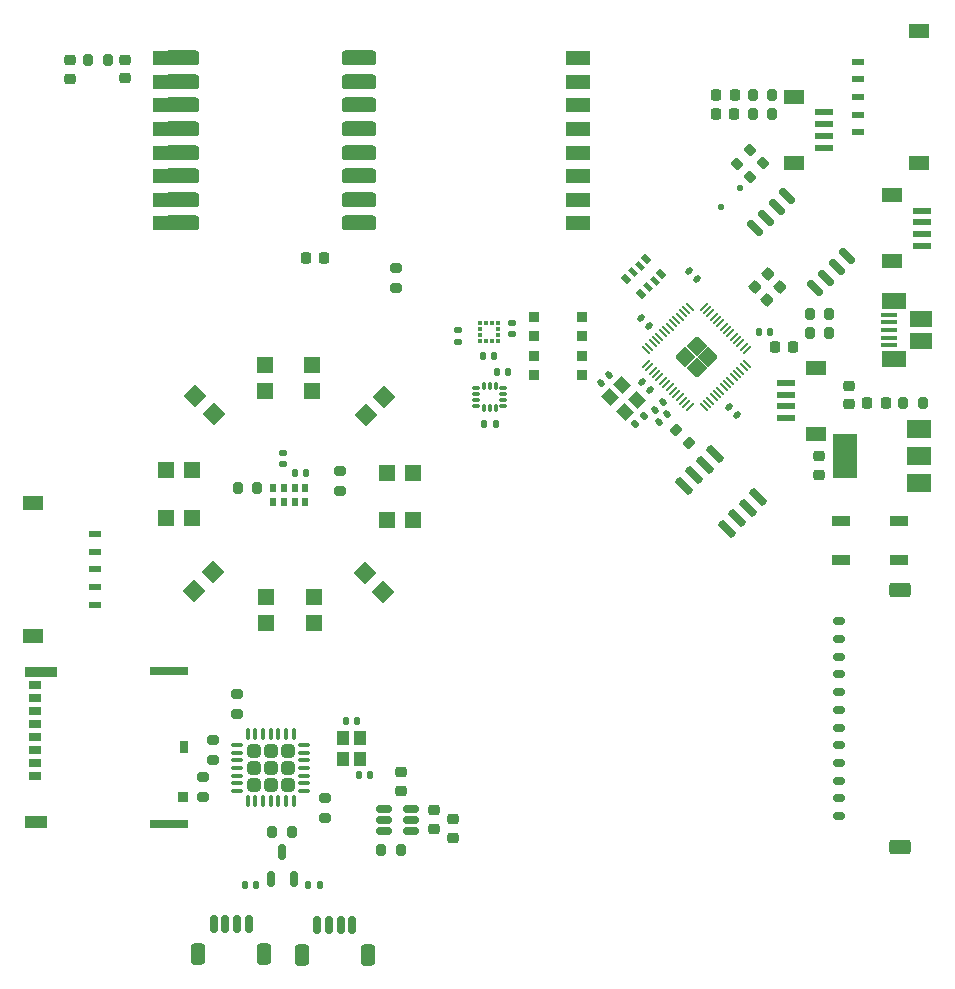
<source format=gbr>
%TF.GenerationSoftware,KiCad,Pcbnew,8.0.2-1*%
%TF.CreationDate,2024-07-17T18:36:44-07:00*%
%TF.ProjectId,FC_V4b,46435f56-3462-42e6-9b69-6361645f7063,rev?*%
%TF.SameCoordinates,Original*%
%TF.FileFunction,Paste,Top*%
%TF.FilePolarity,Positive*%
%FSLAX46Y46*%
G04 Gerber Fmt 4.6, Leading zero omitted, Abs format (unit mm)*
G04 Created by KiCad (PCBNEW 8.0.2-1) date 2024-07-17 18:36:44*
%MOMM*%
%LPD*%
G01*
G04 APERTURE LIST*
G04 Aperture macros list*
%AMRoundRect*
0 Rectangle with rounded corners*
0 $1 Rounding radius*
0 $2 $3 $4 $5 $6 $7 $8 $9 X,Y pos of 4 corners*
0 Add a 4 corners polygon primitive as box body*
4,1,4,$2,$3,$4,$5,$6,$7,$8,$9,$2,$3,0*
0 Add four circle primitives for the rounded corners*
1,1,$1+$1,$2,$3*
1,1,$1+$1,$4,$5*
1,1,$1+$1,$6,$7*
1,1,$1+$1,$8,$9*
0 Add four rect primitives between the rounded corners*
20,1,$1+$1,$2,$3,$4,$5,0*
20,1,$1+$1,$4,$5,$6,$7,0*
20,1,$1+$1,$6,$7,$8,$9,0*
20,1,$1+$1,$8,$9,$2,$3,0*%
%AMRotRect*
0 Rectangle, with rotation*
0 The origin of the aperture is its center*
0 $1 length*
0 $2 width*
0 $3 Rotation angle, in degrees counterclockwise*
0 Add horizontal line*
21,1,$1,$2,0,0,$3*%
%AMFreePoly0*
4,1,19,0.563745,0.600348,0.608674,0.548496,0.619677,0.497915,0.619677,-0.497915,0.600348,-0.563745,0.548496,-0.608674,0.497915,-0.619677,-0.497915,-0.619677,-0.563745,-0.600348,-0.608674,-0.548496,-0.619677,-0.497915,-0.619677,0.397045,-0.600348,0.462875,-0.584014,0.483144,-0.483144,0.584014,-0.422927,0.616893,-0.397045,0.619677,0.497915,0.619677,0.563745,0.600348,0.563745,0.600348,
$1*%
%AMFreePoly1*
4,1,19,0.563745,0.600348,0.608674,0.548496,0.619677,0.497915,0.619677,-0.497915,0.600348,-0.563745,0.548496,-0.608674,0.497915,-0.619677,-0.397045,-0.619677,-0.462875,-0.600348,-0.483144,-0.584014,-0.584014,-0.483144,-0.616893,-0.422927,-0.619677,-0.397045,-0.619677,0.497915,-0.600348,0.563745,-0.548496,0.608674,-0.497915,0.619677,0.497915,0.619677,0.563745,0.600348,0.563745,0.600348,
$1*%
%AMFreePoly2*
4,1,19,0.462875,0.600348,0.483144,0.584014,0.584014,0.483144,0.616893,0.422927,0.619677,0.397045,0.619677,-0.497915,0.600348,-0.563745,0.548496,-0.608674,0.497915,-0.619677,-0.497915,-0.619677,-0.563745,-0.600348,-0.608674,-0.548496,-0.619677,-0.497915,-0.619677,0.497915,-0.600348,0.563745,-0.548496,0.608674,-0.497915,0.619677,0.397045,0.619677,0.462875,0.600348,0.462875,0.600348,
$1*%
%AMFreePoly3*
4,1,19,0.563745,0.600348,0.608674,0.548496,0.619677,0.497915,0.619677,-0.397045,0.600348,-0.462875,0.584014,-0.483144,0.483144,-0.584014,0.422927,-0.616893,0.397045,-0.619677,-0.497915,-0.619677,-0.563745,-0.600348,-0.608674,-0.548496,-0.619677,-0.497915,-0.619677,0.497915,-0.600348,0.563745,-0.548496,0.608674,-0.497915,0.619677,0.497915,0.619677,0.563745,0.600348,0.563745,0.600348,
$1*%
G04 Aperture macros list end*
%ADD10RoundRect,0.200000X-0.275000X0.200000X-0.275000X-0.200000X0.275000X-0.200000X0.275000X0.200000X0*%
%ADD11R,1.100000X0.700000*%
%ADD12R,0.930000X0.900000*%
%ADD13R,0.780000X1.050000*%
%ADD14R,3.330000X0.700000*%
%ADD15R,2.800000X0.860000*%
%ADD16R,1.830000X1.140000*%
%ADD17RoundRect,0.140000X-0.021213X0.219203X-0.219203X0.021213X0.021213X-0.219203X0.219203X-0.021213X0*%
%ADD18RoundRect,0.225000X-0.250000X0.225000X-0.250000X-0.225000X0.250000X-0.225000X0.250000X0.225000X0*%
%ADD19RoundRect,0.200000X-0.200000X-0.275000X0.200000X-0.275000X0.200000X0.275000X-0.200000X0.275000X0*%
%ADD20RoundRect,0.150000X0.150000X0.625000X-0.150000X0.625000X-0.150000X-0.625000X0.150000X-0.625000X0*%
%ADD21RoundRect,0.250000X0.350000X0.650000X-0.350000X0.650000X-0.350000X-0.650000X0.350000X-0.650000X0*%
%ADD22R,2.000000X1.500000*%
%ADD23R,2.000000X3.800000*%
%ADD24R,1.550000X0.600000*%
%ADD25R,1.800000X1.200000*%
%ADD26RotRect,1.400000X1.400000X45.000000*%
%ADD27RoundRect,0.140000X0.021213X-0.219203X0.219203X-0.021213X-0.021213X0.219203X-0.219203X0.021213X0*%
%ADD28RoundRect,0.218750X0.218750X0.256250X-0.218750X0.256250X-0.218750X-0.256250X0.218750X-0.256250X0*%
%ADD29R,1.400000X1.400000*%
%ADD30RotRect,0.800000X0.500000X135.000000*%
%ADD31RotRect,0.800000X0.400000X135.000000*%
%ADD32RoundRect,0.225000X0.250000X-0.225000X0.250000X0.225000X-0.250000X0.225000X-0.250000X-0.225000X0*%
%ADD33RoundRect,0.218750X-0.218750X-0.256250X0.218750X-0.256250X0.218750X0.256250X-0.218750X0.256250X0*%
%ADD34RoundRect,0.140000X0.170000X-0.140000X0.170000X0.140000X-0.170000X0.140000X-0.170000X-0.140000X0*%
%ADD35R,0.900000X0.900000*%
%ADD36RoundRect,0.140000X-0.140000X-0.170000X0.140000X-0.170000X0.140000X0.170000X-0.140000X0.170000X0*%
%ADD37RoundRect,0.140000X-0.170000X0.140000X-0.170000X-0.140000X0.170000X-0.140000X0.170000X0.140000X0*%
%ADD38RoundRect,0.200000X0.200000X0.275000X-0.200000X0.275000X-0.200000X-0.275000X0.200000X-0.275000X0*%
%ADD39RoundRect,0.225000X0.017678X-0.335876X0.335876X-0.017678X-0.017678X0.335876X-0.335876X0.017678X0*%
%ADD40RoundRect,0.135000X-0.035355X0.226274X-0.226274X0.035355X0.035355X-0.226274X0.226274X-0.035355X0*%
%ADD41RotRect,1.400000X1.400000X135.000000*%
%ADD42RotRect,1.150000X1.000000X315.000000*%
%ADD43RoundRect,0.140000X0.219203X0.021213X0.021213X0.219203X-0.219203X-0.021213X-0.021213X-0.219203X0*%
%ADD44RoundRect,0.140000X0.140000X0.170000X-0.140000X0.170000X-0.140000X-0.170000X0.140000X-0.170000X0*%
%ADD45R,1.000000X0.600000*%
%ADD46R,1.800000X1.250000*%
%ADD47R,1.000000X1.150000*%
%ADD48RoundRect,0.150000X-0.512500X-0.150000X0.512500X-0.150000X0.512500X0.150000X-0.512500X0.150000X0*%
%ADD49RoundRect,0.150000X0.150000X-0.512500X0.150000X0.512500X-0.150000X0.512500X-0.150000X-0.512500X0*%
%ADD50RoundRect,0.200000X0.053033X-0.335876X0.335876X-0.053033X-0.053033X0.335876X-0.335876X0.053033X0*%
%ADD51R,2.000000X1.300000*%
%ADD52RoundRect,0.087500X-0.225000X-0.087500X0.225000X-0.087500X0.225000X0.087500X-0.225000X0.087500X0*%
%ADD53RoundRect,0.087500X-0.087500X-0.225000X0.087500X-0.225000X0.087500X0.225000X-0.087500X0.225000X0*%
%ADD54RoundRect,0.225000X-0.225000X-0.250000X0.225000X-0.250000X0.225000X0.250000X-0.225000X0.250000X0*%
%ADD55RoundRect,0.150000X-0.565685X0.353553X0.353553X-0.565685X0.565685X-0.353553X-0.353553X0.565685X0*%
%ADD56RoundRect,0.140000X-0.219203X-0.021213X-0.021213X-0.219203X0.219203X0.021213X0.021213X0.219203X0*%
%ADD57R,1.500000X0.900000*%
%ADD58RotRect,1.400000X1.400000X315.000000*%
%ADD59RoundRect,0.125000X0.000000X-0.176777X0.176777X0.000000X0.000000X0.176777X-0.176777X0.000000X0*%
%ADD60RoundRect,0.200000X0.335876X0.053033X0.053033X0.335876X-0.335876X-0.053033X-0.053033X-0.335876X0*%
%ADD61RoundRect,0.200000X0.275000X-0.200000X0.275000X0.200000X-0.275000X0.200000X-0.275000X-0.200000X0*%
%ADD62FreePoly0,315.000000*%
%ADD63FreePoly1,315.000000*%
%ADD64FreePoly2,315.000000*%
%ADD65FreePoly3,315.000000*%
%ADD66RoundRect,0.050000X-0.309359X0.238649X0.238649X-0.309359X0.309359X-0.238649X-0.238649X0.309359X0*%
%ADD67RoundRect,0.050000X-0.309359X-0.238649X-0.238649X-0.309359X0.309359X0.238649X0.238649X0.309359X0*%
%ADD68RoundRect,0.317500X1.157500X0.317500X-1.157500X0.317500X-1.157500X-0.317500X1.157500X-0.317500X0*%
%ADD69R,0.375000X0.350000*%
%ADD70R,0.350000X0.375000*%
%ADD71RoundRect,0.225000X0.225000X0.250000X-0.225000X0.250000X-0.225000X-0.250000X0.225000X-0.250000X0*%
%ADD72RoundRect,0.250000X-0.320000X-0.320000X0.320000X-0.320000X0.320000X0.320000X-0.320000X0.320000X0*%
%ADD73RoundRect,0.075000X-0.437500X-0.075000X0.437500X-0.075000X0.437500X0.075000X-0.437500X0.075000X0*%
%ADD74RoundRect,0.075000X-0.075000X-0.437500X0.075000X-0.437500X0.075000X0.437500X-0.075000X0.437500X0*%
%ADD75RotRect,1.400000X1.400000X225.000000*%
%ADD76R,0.500000X0.800000*%
%ADD77RoundRect,0.150000X0.350000X-0.150000X0.350000X0.150000X-0.350000X0.150000X-0.350000X-0.150000X0*%
%ADD78RoundRect,0.250000X0.650000X-0.375000X0.650000X0.375000X-0.650000X0.375000X-0.650000X-0.375000X0*%
%ADD79RoundRect,0.150000X0.618718X-0.406586X-0.406586X0.618718X-0.618718X0.406586X0.406586X-0.618718X0*%
%ADD80RoundRect,0.200000X-0.053033X0.335876X-0.335876X0.053033X0.053033X-0.335876X0.335876X-0.053033X0*%
%ADD81R,1.380000X0.450000*%
%ADD82R,2.100000X1.475000*%
%ADD83R,1.900000X1.375000*%
G04 APERTURE END LIST*
D10*
%TO.C,R11*%
X164100000Y-120875000D03*
X164100000Y-122525000D03*
%TD*%
D11*
%TO.C,J4*%
X149960000Y-120775000D03*
X149960000Y-119675000D03*
X149960000Y-118575000D03*
X149960000Y-117475000D03*
X149960000Y-116375000D03*
X149960000Y-115275000D03*
X149960000Y-114175000D03*
X149960000Y-113075000D03*
D12*
X162425000Y-122565000D03*
D13*
X162500000Y-118300000D03*
D14*
X161225000Y-111915000D03*
D15*
X150460000Y-111995000D03*
D16*
X149975000Y-124655000D03*
D14*
X161225000Y-124875000D03*
%TD*%
D17*
%TO.C,C11*%
X203079411Y-89110589D03*
X202400589Y-89789411D03*
%TD*%
D18*
%TO.C,C13*%
X216300000Y-93725000D03*
X216300000Y-95275000D03*
%TD*%
D19*
%TO.C,R7*%
X215520000Y-81700000D03*
X217170000Y-81700000D03*
%TD*%
D18*
%TO.C,C16*%
X152910000Y-60185000D03*
X152910000Y-61735000D03*
%TD*%
D20*
%TO.C,J15*%
X176787500Y-133400000D03*
X175787500Y-133400000D03*
X174787500Y-133400000D03*
X173787500Y-133400000D03*
D21*
X178087500Y-135925000D03*
X172487500Y-135925000D03*
%TD*%
D22*
%TO.C,IC2*%
X224780000Y-95970000D03*
X224780000Y-93670000D03*
X224780000Y-91370000D03*
D23*
X218480000Y-93670000D03*
%TD*%
D24*
%TO.C,J9*%
X224995000Y-75920000D03*
X224995000Y-74920000D03*
X224995000Y-73920000D03*
X224995000Y-72920000D03*
D25*
X222470000Y-77220000D03*
X222470000Y-71620000D03*
%TD*%
D10*
%TO.C,R23*%
X167000000Y-113875000D03*
X167000000Y-115525000D03*
%TD*%
D26*
%TO.C,C1022*%
X177922182Y-90253552D03*
X179477816Y-88697917D03*
%TD*%
D27*
%TO.C,C4*%
X202780589Y-90849411D03*
X203459411Y-90170589D03*
%TD*%
D28*
%TO.C,D1*%
X209157500Y-63130000D03*
X207582500Y-63130000D03*
%TD*%
D29*
%TO.C,C1021*%
X169399999Y-88199998D03*
X169399998Y-85999999D03*
%TD*%
D30*
%TO.C,R6*%
X201245736Y-79979848D03*
D31*
X201811421Y-79414163D03*
X202377107Y-78848477D03*
D30*
X202942792Y-78282792D03*
X201670000Y-77010000D03*
D31*
X201104315Y-77575685D03*
X200538629Y-78141371D03*
D30*
X199972944Y-78707056D03*
%TD*%
D32*
%TO.C,C12*%
X218810000Y-89315000D03*
X218810000Y-87765000D03*
%TD*%
D33*
%TO.C,D3*%
X220382500Y-89190000D03*
X221957500Y-89190000D03*
%TD*%
D34*
%TO.C,C18*%
X170900000Y-94380000D03*
X170900000Y-93420000D03*
%TD*%
D35*
%TO.C,SW2*%
X196250000Y-85200000D03*
X192150000Y-85200000D03*
X196250000Y-86800000D03*
X192150000Y-86800000D03*
%TD*%
D36*
%TO.C,C32*%
X189040000Y-86550000D03*
X190000000Y-86550000D03*
%TD*%
D29*
%TO.C,C1018*%
X163199999Y-94899999D03*
X161000000Y-94900000D03*
%TD*%
D37*
%TO.C,C34*%
X190300000Y-82430000D03*
X190300000Y-83390000D03*
%TD*%
D38*
%TO.C,L1*%
X156065000Y-60190000D03*
X154415000Y-60190000D03*
%TD*%
D39*
%TO.C,C3*%
X210853984Y-79396016D03*
X211950000Y-78300000D03*
%TD*%
D29*
%TO.C,C1023*%
X173499999Y-105600000D03*
X173500000Y-107799999D03*
%TD*%
D40*
%TO.C,R2*%
X201460624Y-90269376D03*
X200739376Y-90990624D03*
%TD*%
D38*
%TO.C,R14*%
X168725000Y-96400000D03*
X167075000Y-96400000D03*
%TD*%
D41*
%TO.C,C1017*%
X165053552Y-90177816D03*
X163497917Y-88622182D03*
%TD*%
D42*
%TO.C,Y1*%
X198642614Y-88692512D03*
X199880051Y-89929949D03*
X200870000Y-88940000D03*
X199632563Y-87702563D03*
%TD*%
D39*
%TO.C,C8*%
X211931992Y-80468008D03*
X213028008Y-79371992D03*
%TD*%
D43*
%TO.C,C10*%
X201909411Y-82689411D03*
X201230589Y-82010589D03*
%TD*%
D44*
%TO.C,C39*%
X168657500Y-129980000D03*
X167697500Y-129980000D03*
%TD*%
D45*
%TO.C,J14*%
X154970000Y-100300000D03*
X154970000Y-101800000D03*
X154970000Y-103300000D03*
X154970000Y-104800000D03*
X154970000Y-106300000D03*
D46*
X149780000Y-97695000D03*
X149780000Y-108905000D03*
%TD*%
D47*
%TO.C,Y3*%
X177417500Y-119305000D03*
X177417500Y-117555000D03*
X176017500Y-117555000D03*
X176017500Y-119305000D03*
%TD*%
D29*
%TO.C,C1027*%
X179699999Y-99099999D03*
X181899999Y-99099999D03*
%TD*%
D48*
%TO.C,U10*%
X179507500Y-123540000D03*
X179507500Y-124490000D03*
X179507500Y-125440000D03*
X181782500Y-125440000D03*
X181782500Y-124490000D03*
X181782500Y-123540000D03*
%TD*%
D18*
%TO.C,C15*%
X157560000Y-60175000D03*
X157560000Y-61725000D03*
%TD*%
D49*
%TO.C,D8*%
X169907500Y-129527500D03*
X171807500Y-129527500D03*
X170857500Y-127252500D03*
%TD*%
D50*
%TO.C,R12*%
X209316637Y-68983363D03*
X210483363Y-67816637D03*
%TD*%
D51*
%TO.C,U4*%
X160910000Y-60001499D03*
X160910000Y-62001499D03*
X160910000Y-64001499D03*
X160910000Y-66001499D03*
X160910000Y-68001499D03*
X160910000Y-70001499D03*
X160910000Y-72001499D03*
X160910000Y-74001499D03*
X195910000Y-74001499D03*
X195910000Y-72001499D03*
X195910000Y-70001499D03*
X195910000Y-68001499D03*
X195910000Y-66001499D03*
X195910000Y-64001499D03*
X195910000Y-62001499D03*
X195910000Y-60001499D03*
%TD*%
D24*
%TO.C,J5*%
X213487500Y-87500000D03*
X213487500Y-88500000D03*
X213487500Y-89500000D03*
X213487500Y-90500000D03*
D25*
X216012500Y-86200000D03*
X216012500Y-91800000D03*
%TD*%
D19*
%TO.C,R4*%
X210685000Y-63130000D03*
X212335000Y-63130000D03*
%TD*%
D52*
%TO.C,U7*%
X187257500Y-87970000D03*
X187257500Y-88470000D03*
X187257500Y-88970000D03*
X187257500Y-89470000D03*
D53*
X187920000Y-89632500D03*
X188420000Y-89632500D03*
X188920000Y-89632500D03*
D52*
X189582500Y-89470000D03*
X189582500Y-88970000D03*
X189582500Y-88470000D03*
X189582500Y-87970000D03*
D53*
X188920000Y-87807500D03*
X188420000Y-87807500D03*
X187920000Y-87807500D03*
%TD*%
D17*
%TO.C,C2*%
X198499411Y-86870589D03*
X197820589Y-87549411D03*
%TD*%
D54*
%TO.C,C6*%
X212585000Y-84500000D03*
X214135000Y-84500000D03*
%TD*%
D29*
%TO.C,C1024*%
X169499999Y-105600000D03*
X169500000Y-107799999D03*
%TD*%
D43*
%TO.C,C9*%
X205989411Y-78729411D03*
X205310589Y-78050589D03*
%TD*%
D19*
%TO.C,R26*%
X170007500Y-125550000D03*
X171657500Y-125550000D03*
%TD*%
D32*
%TO.C,C42*%
X183737500Y-125235000D03*
X183737500Y-123685000D03*
%TD*%
D36*
%TO.C,C37*%
X177337500Y-120680000D03*
X178297500Y-120680000D03*
%TD*%
D55*
%TO.C,U6*%
X213601454Y-71707377D03*
X212703428Y-72605403D03*
X211805403Y-73503428D03*
X210907377Y-74401454D03*
X215998546Y-79492623D03*
X216896572Y-78594597D03*
X217794597Y-77696572D03*
X218692623Y-76798546D03*
%TD*%
D28*
%TO.C,D2*%
X209137500Y-64730000D03*
X207562500Y-64730000D03*
%TD*%
D56*
%TO.C,C7*%
X208660589Y-89560589D03*
X209339411Y-90239411D03*
%TD*%
D29*
%TO.C,C1019*%
X163199999Y-98899999D03*
X161000000Y-98900000D03*
%TD*%
%TO.C,C1025*%
X173399999Y-88199998D03*
X173399998Y-85999999D03*
%TD*%
D38*
%TO.C,R27*%
X180882500Y-127080000D03*
X179232500Y-127080000D03*
%TD*%
D19*
%TO.C,R8*%
X215525000Y-83300000D03*
X217175000Y-83300000D03*
%TD*%
D57*
%TO.C,LED1*%
X218160000Y-99190000D03*
X218160000Y-102490000D03*
X223060000Y-102490000D03*
X223060000Y-99190000D03*
%TD*%
D58*
%TO.C,C1028*%
X177846446Y-103622182D03*
X179402081Y-105177816D03*
%TD*%
D56*
%TO.C,C1*%
X201330589Y-87440589D03*
X202009411Y-88119411D03*
%TD*%
D32*
%TO.C,C41*%
X185307500Y-126015000D03*
X185307500Y-124465000D03*
%TD*%
D59*
%TO.C,D4*%
X208022183Y-72577817D03*
X209577817Y-71022183D03*
%TD*%
D36*
%TO.C,C17*%
X171920000Y-95100000D03*
X172880000Y-95100000D03*
%TD*%
D19*
%TO.C,R3*%
X210685000Y-64750000D03*
X212335000Y-64750000D03*
%TD*%
D60*
%TO.C,R1*%
X205323363Y-92633363D03*
X204156637Y-91466637D03*
%TD*%
D24*
%TO.C,J7*%
X216725000Y-67600000D03*
X216725000Y-66600000D03*
X216725000Y-65600000D03*
X216725000Y-64600000D03*
D25*
X214200000Y-68900000D03*
X214200000Y-63300000D03*
%TD*%
D61*
%TO.C,R25*%
X174447500Y-124335000D03*
X174447500Y-122685000D03*
%TD*%
D44*
%TO.C,C40*%
X174027500Y-129980000D03*
X173067500Y-129980000D03*
%TD*%
D18*
%TO.C,C43*%
X180907500Y-120475000D03*
X180907500Y-122025000D03*
%TD*%
D62*
%TO.C,IC1*%
X205930000Y-84355406D03*
D63*
X204975406Y-85310000D03*
D64*
X206884594Y-85310000D03*
D65*
X205930000Y-86264594D03*
D66*
X205337798Y-81040843D03*
X205054955Y-81323686D03*
X204772113Y-81606528D03*
X204489270Y-81889371D03*
X204206427Y-82172214D03*
X203923585Y-82455056D03*
X203640742Y-82737899D03*
X203357899Y-83020742D03*
X203075056Y-83303585D03*
X202792214Y-83586427D03*
X202509371Y-83869270D03*
X202226528Y-84152113D03*
X201943686Y-84434955D03*
X201660843Y-84717798D03*
D67*
X201660843Y-85902202D03*
X201943686Y-86185045D03*
X202226528Y-86467887D03*
X202509371Y-86750730D03*
X202792214Y-87033573D03*
X203075056Y-87316415D03*
X203357899Y-87599258D03*
X203640742Y-87882101D03*
X203923585Y-88164944D03*
X204206427Y-88447786D03*
X204489270Y-88730629D03*
X204772113Y-89013472D03*
X205054955Y-89296314D03*
X205337798Y-89579157D03*
D66*
X206522202Y-89579157D03*
X206805045Y-89296314D03*
X207087887Y-89013472D03*
X207370730Y-88730629D03*
X207653573Y-88447786D03*
X207936415Y-88164944D03*
X208219258Y-87882101D03*
X208502101Y-87599258D03*
X208784944Y-87316415D03*
X209067786Y-87033573D03*
X209350629Y-86750730D03*
X209633472Y-86467887D03*
X209916314Y-86185045D03*
X210199157Y-85902202D03*
D67*
X210199157Y-84717798D03*
X209916314Y-84434955D03*
X209633472Y-84152113D03*
X209350629Y-83869270D03*
X209067786Y-83586427D03*
X208784944Y-83303585D03*
X208502101Y-83020742D03*
X208219258Y-82737899D03*
X207936415Y-82455056D03*
X207653573Y-82172214D03*
X207370730Y-81889371D03*
X207087887Y-81606528D03*
X206805045Y-81323686D03*
X206522202Y-81040843D03*
%TD*%
D36*
%TO.C,C31*%
X187860000Y-85190000D03*
X188820000Y-85190000D03*
%TD*%
D68*
%TO.C,U5*%
X177385000Y-74000000D03*
X177385000Y-72000000D03*
X177385000Y-70000000D03*
X177385000Y-68000000D03*
X177385000Y-66000000D03*
X177385000Y-64000000D03*
X177385000Y-62000000D03*
X177385000Y-60000000D03*
X162335000Y-60000000D03*
X162335000Y-62000000D03*
X162335000Y-64000000D03*
X162335000Y-66000000D03*
X162335000Y-68000000D03*
X162335000Y-70000000D03*
X162335000Y-72000000D03*
X162335000Y-74000000D03*
%TD*%
D44*
%TO.C,C5*%
X212180000Y-83200000D03*
X211220000Y-83200000D03*
%TD*%
D20*
%TO.C,J13*%
X168037500Y-133305000D03*
X167037500Y-133305000D03*
X166037500Y-133305000D03*
X165037500Y-133305000D03*
D21*
X169337500Y-135830000D03*
X163737500Y-135830000D03*
%TD*%
D61*
%TO.C,R24*%
X165000000Y-119425000D03*
X165000000Y-117775000D03*
%TD*%
D69*
%TO.C,U8*%
X187557500Y-82470000D03*
X187557500Y-82970000D03*
X187557500Y-83470000D03*
X187557500Y-83970000D03*
D70*
X188070000Y-83982500D03*
X188570000Y-83982500D03*
D69*
X189082500Y-83970000D03*
X189082500Y-83470000D03*
X189082500Y-82970000D03*
X189082500Y-82470000D03*
D70*
X188570000Y-82457500D03*
X188070000Y-82457500D03*
%TD*%
D29*
%TO.C,C1026*%
X179700000Y-95099999D03*
X181899999Y-95099998D03*
%TD*%
D35*
%TO.C,SW1*%
X196250000Y-81900000D03*
X192150000Y-81900000D03*
X196250000Y-83500000D03*
X192150000Y-83500000D03*
%TD*%
D71*
%TO.C,C14*%
X174405000Y-76950000D03*
X172855000Y-76950000D03*
%TD*%
D36*
%TO.C,C38*%
X176237500Y-116150000D03*
X177197500Y-116150000D03*
%TD*%
D72*
%TO.C,U9*%
X168460000Y-118680000D03*
X168460000Y-120100000D03*
X168460000Y-121520000D03*
X169880000Y-118680000D03*
X169880000Y-120100000D03*
X169880000Y-121520000D03*
X171300000Y-118680000D03*
X171300000Y-120100000D03*
X171300000Y-121520000D03*
D73*
X167042500Y-118150000D03*
X167042500Y-118800000D03*
X167042500Y-119450000D03*
X167042500Y-120100000D03*
X167042500Y-120750000D03*
X167042500Y-121400000D03*
X167042500Y-122050000D03*
D74*
X167930000Y-122937500D03*
X168580000Y-122937500D03*
X169230000Y-122937500D03*
X169880000Y-122937500D03*
X170530000Y-122937500D03*
X171180000Y-122937500D03*
X171830000Y-122937500D03*
D73*
X172717500Y-122050000D03*
X172717500Y-121400000D03*
X172717500Y-120750000D03*
X172717500Y-120100000D03*
X172717500Y-119450000D03*
X172717500Y-118800000D03*
X172717500Y-118150000D03*
D74*
X171830000Y-117262500D03*
X171180000Y-117262500D03*
X170530000Y-117262500D03*
X169880000Y-117262500D03*
X169230000Y-117262500D03*
X168580000Y-117262500D03*
X167930000Y-117262500D03*
%TD*%
D75*
%TO.C,C1020*%
X164977816Y-103546446D03*
X163422182Y-105102081D03*
%TD*%
D76*
%TO.C,IC3*%
X170100000Y-97600000D03*
X171000000Y-97600000D03*
X171900000Y-97600000D03*
X172800000Y-97600000D03*
X172800000Y-96400000D03*
X171900000Y-96400000D03*
X171000000Y-96400000D03*
X170100000Y-96400000D03*
%TD*%
D77*
%TO.C,J2*%
X217950000Y-124180000D03*
X217950000Y-122680000D03*
X217950000Y-121180000D03*
X217950000Y-119680000D03*
X217950000Y-118180000D03*
X217950000Y-116680000D03*
X217950000Y-115180000D03*
X217950000Y-113680000D03*
X217950000Y-112180000D03*
X217950000Y-110680000D03*
X217950000Y-109180000D03*
X217950000Y-107680000D03*
D78*
X223140000Y-126785000D03*
X223140000Y-105075000D03*
%TD*%
D37*
%TO.C,C33*%
X185690000Y-83040000D03*
X185690000Y-84000000D03*
%TD*%
D45*
%TO.C,J16*%
X219600000Y-66300000D03*
X219600000Y-64800000D03*
X219600001Y-63300000D03*
X219600000Y-61800000D03*
X219600000Y-60300000D03*
D46*
X224790000Y-68905000D03*
X224790000Y-57695000D03*
%TD*%
D61*
%TO.C,R5*%
X175700000Y-96625000D03*
X175700000Y-94975000D03*
%TD*%
D79*
%TO.C,U3*%
X208473762Y-99867838D03*
X209371787Y-98969813D03*
X210269813Y-98071787D03*
X211167838Y-97173762D03*
X207526238Y-93532162D03*
X206628213Y-94430187D03*
X205730187Y-95328213D03*
X204832162Y-96226238D03*
%TD*%
D80*
%TO.C,R10*%
X211583363Y-68916637D03*
X210416637Y-70083363D03*
%TD*%
D81*
%TO.C,J8*%
X222260000Y-81720000D03*
X222260000Y-82370000D03*
X222260000Y-83020000D03*
X222260000Y-83670000D03*
X222260000Y-84320000D03*
D82*
X222620000Y-85482500D03*
D83*
X224920000Y-83957500D03*
X224920000Y-82082500D03*
D82*
X222620000Y-80557500D03*
%TD*%
D61*
%TO.C,R13*%
X180500000Y-79465000D03*
X180500000Y-77815000D03*
%TD*%
D36*
%TO.C,C35*%
X187970000Y-90950000D03*
X188930000Y-90950000D03*
%TD*%
D38*
%TO.C,R9*%
X225065000Y-89180000D03*
X223415000Y-89180000D03*
%TD*%
M02*

</source>
